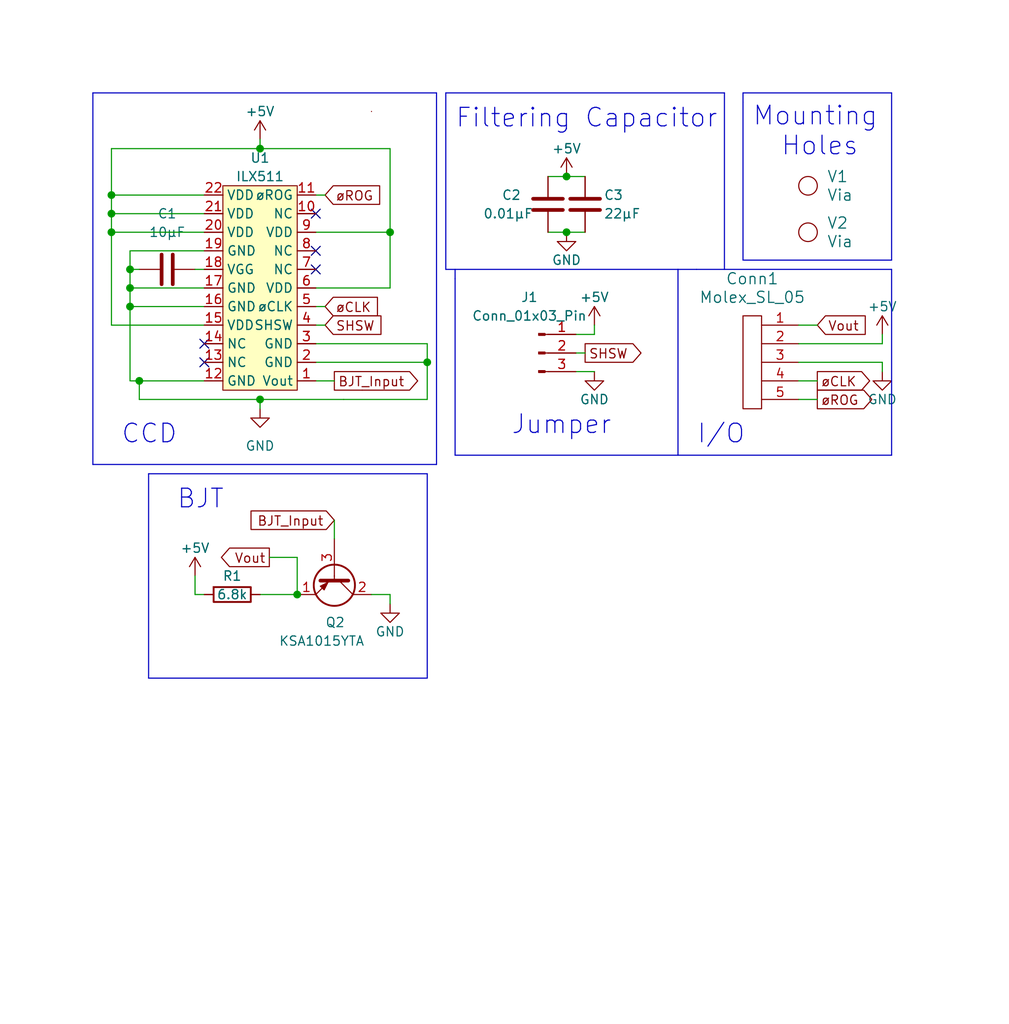
<source format=kicad_sch>
(kicad_sch (version 20230121) (generator eeschema)
  (paper "User" 137.998 140.005)
  (title_block (title "Ramen CCD Breakout ") (rev "1") (company " ") (comment 1 " "))
  (lib_symbols
    (symbol "Connector:Conn_01x03_Pin" (pin_names (offset 1.016) hide)
      (property "Reference" "J" (at 0 5.08 0))
      (property "Value" "Conn_01x03_Pin" (at 0 -5.08 0))
      (symbol "Conn_01x03_Pin_1_1"
        (polyline (pts (xy 1.27 -2.54) (xy 0.8636 -2.54)) (stroke (width 0.1524)))
        (polyline (pts (xy 1.27 0) (xy 0.8636 0)) (stroke (width 0.1524)))
        (polyline (pts (xy 1.27 2.54) (xy 0.8636 2.54)) (stroke (width 0.1524)))
        (rectangle (start 0.8636 -2.413) (end 0 -2.667) (stroke (width 0.1524)) (fill (type outline)))
        (rectangle (start 0.8636 0.127) (end 0 -0.127) (stroke (width 0.1524)) (fill (type outline)))
        (rectangle (start 0.8636 2.667) (end 0 2.413) (stroke (width 0.1524)) (fill (type outline)))
        (pin passive line (at 5.08 2.54 180) (length 3.81) (name "Pin_1") (number "1"))
        (pin passive line (at 5.08 0 180) (length 3.81) (name "Pin_2") (number "2"))
        (pin passive line (at 5.08 -2.54 180) (length 3.81) (name "Pin_3") (number "3"))
      )
    )
    (symbol "Device:C" (pin_numbers hide) (pin_names (offset 0.254))
      (property "Reference" "C" (at 0.635 2.54 0))
      (property "Value" "C" (at 0.635 -2.54 0))
      (symbol "C_0_1"
        (polyline (pts (xy -2.032 -0.762) (xy 2.032 -0.762)) (stroke (width 0.508)))
        (polyline (pts (xy -2.032 0.762) (xy 2.032 0.762)) (stroke (width 0.508)))
      )
      (symbol "C_1_1"
        (pin passive line (at 0 3.81 270) (length 2.794) (name "~") (number "1"))
        (pin passive line (at 0 -3.81 90) (length 2.794) (name "~") (number "2"))
      )
    )
    (symbol "Device:R" (pin_numbers hide) (pin_names (offset 0))
      (property "Reference" "R" (at 2.032 0 90))
      (property "Value" "R" (at 0 0 90))
      (symbol "R_0_1"
        (rectangle (start -1.016 -2.54) (end 1.016 2.54) (stroke (width 0.254)))
      )
      (symbol "R_1_1"
        (pin passive line (at 0 3.81 270) (length 1.27) (name "~") (number "1"))
        (pin passive line (at 0 -3.81 90) (length 1.27) (name "~") (number "2"))
      )
    )
    (symbol "MRDT_CCD:ILX511"
      (property "Reference" "U" (at 0 0 0))
      (property "Value" "ILX511" (at -16.51 7.62 90))
      (symbol "ILX511_0_1"
        (rectangle (start -13.97 -3.81) (end -13.97 -3.81))
        (rectangle (start -12.7 -6.35) (end -12.7 -6.35))
        (rectangle (start 25.4 -7.62) (end 25.4 -7.62))
      )
      (symbol "ILX511_1_1"
        (rectangle (start -12.7 12.7) (end 15.24 2.54) (fill (type background)))
        (pin output line (at -11.43 0 90) (length 2.54) (name "Vout") (number "1"))
        (pin input line (at 11.43 0 90) (length 2.54) (name "NC") (number "10"))
        (pin input line (at 13.97 0 90) (length 2.54) (name "øROG") (number "11"))
        (pin input line (at -11.43 15.24 270) (length 2.54) (name "GND") (number "12"))
        (pin input line (at -8.89 15.24 270) (length 2.54) (name "NC") (number "13"))
        (pin input line (at -6.35 15.24 270) (length 2.54) (name "NC") (number "14"))
        (pin input line (at -3.81 15.24 270) (length 2.54) (name "VDD") (number "15"))
        (pin input line (at -1.27 15.24 270) (length 2.54) (name "GND") (number "16"))
        (pin input line (at 1.27 15.24 270) (length 2.54) (name "GND") (number "17"))
        (pin output line (at 3.81 15.24 270) (length 2.54) (name "VGG") (number "18"))
        (pin input line (at 6.35 15.24 270) (length 2.54) (name "GND") (number "19"))
        (pin input line (at -8.89 0 90) (length 2.54) (name "GND") (number "2"))
        (pin input line (at 8.89 15.24 270) (length 2.54) (name "VDD") (number "20"))
        (pin input line (at 11.43 15.24 270) (length 2.54) (name "VDD") (number "21"))
        (pin input line (at 13.97 15.24 270) (length 2.54) (name "VDD") (number "22"))
        (pin input line (at -6.35 0 90) (length 2.54) (name "GND") (number "3"))
        (pin input line (at -3.81 0 90) (length 2.54) (name "SHSW") (number "4"))
        (pin input line (at -1.27 0 90) (length 2.54) (name "øCLK") (number "5"))
        (pin input line (at 1.27 0 90) (length 2.54) (name "VDD") (number "6"))
        (pin input line (at 3.81 0 90) (length 2.54) (name "NC") (number "7"))
        (pin input line (at 6.35 0 90) (length 2.54) (name "NC") (number "8"))
        (pin input line (at 8.89 0 90) (length 2.54) (name "VDD") (number "9"))
      )
    )
    (symbol "MRDT_Connectors:Molex_SL_05" (pin_names (offset 1.016))
      (property "Reference" "Conn" (at 3.81 -1.27 0))
      (property "Value" "Molex_SL_05" (at 1.27 13.97 0))
      (symbol "Molex_SL_05_0_1"
        (rectangle (start 0 12.7) (end 2.54 0))
      )
      (symbol "Molex_SL_05_1_1"
        (pin input line (at -5.08 11.43 0) (length 5.08) (name "~") (number "1"))
        (pin input line (at -5.08 8.89 0) (length 5.08) (name "~") (number "2"))
        (pin input line (at -5.08 6.35 0) (length 5.08) (name "~") (number "3"))
        (pin input line (at -5.08 3.81 0) (length 5.08) (name "~") (number "4"))
        (pin input line (at -5.08 1.27 0) (length 5.08) (name "~") (number "5"))
      )
    )
    (symbol "MRDT_Drill_Holes:Via" (pin_names (offset 1.016))
      (property "Reference" "V" (at 0 -2.54 0))
      (property "Value" "Via" (at 0 2.54 0))
      (symbol "Via_0_1"
        (circle (center 0 0) (radius 1.27))
      )
      (symbol "Via_1_1"
        (pin input line (at 0 0 0) (length 5.08) hide (name "~") (number "1"))
      )
    )
    (symbol "Transistor_BJT:BC636" (pin_names (offset 0) hide)
      (property "Reference" "Q" (at 5.08 1.905 0))
      (property "Value" "BC636" (at 5.08 0 0))
      (symbol "BC636_0_1"
        (polyline (pts (xy 0 0) (xy 0.635 0)))
        (polyline (pts (xy 2.54 -2.54) (xy 0.635 -0.635)))
        (polyline (pts (xy 2.54 2.54) (xy 0.635 0.635)))
        (polyline (pts (xy 0.635 1.905) (xy 0.635 -1.905) (xy 0.635 -1.905)) (stroke (width 0.508)) (fill (type outline)))
        (polyline (pts (xy 1.397 -1.905) (xy 1.905 -1.397) (xy 0.889 -0.889) (xy 1.397 -1.905) (xy 1.397 -1.905)) (fill (type outline)))
        (circle (center 1.27 0) (radius 2.8194) (stroke (width 0.254)))
      )
      (symbol "BC636_1_1"
        (pin passive line (at 2.54 -5.08 90) (length 2.54) (name "E") (number "1"))
        (pin passive line (at 2.54 5.08 270) (length 2.54) (name "C") (number "2"))
        (pin input line (at -5.08 0 0) (length 5.08) (name "B") (number "3"))
      )
    )
    (symbol "power:+5V" (power) (pin_names (offset 0))
      (property "Value" "+5V" (at 0 3.556 0))
      (symbol "+5V_0_1"
        (polyline (pts (xy -0.762 1.27) (xy 0 2.54)))
        (polyline (pts (xy 0 0) (xy 0 2.54)))
        (polyline (pts (xy 0 2.54) (xy 0.762 1.27)))
      )
      (symbol "+5V_1_1"
        (pin power_in line (at 0 0 90) (length 0) hide (name "+5V") (number "1"))
      )
    )
    (symbol "power:GND" (power) (pin_names (offset 0))
      (property "Value" "GND" (at 0 -3.81 0))
      (symbol "GND_0_1"
        (polyline (pts (xy 0 0) (xy 0 -1.27) (xy 1.27 -1.27) (xy 0 -2.54) (xy -1.27 -1.27) (xy 0 -1.27)))
      )
      (symbol "GND_1_1"
        (pin power_in line (at 0 0 270) (length 0) hide (name "GND") (number "1"))
      )
    )
  )
  (junction (at 77.47 24.13))
  (junction (at 15.24 29.21))
  (junction (at 17.78 36.83))
  (junction (at 15.24 26.67))
  (junction (at 19.05 52.07))
  (junction (at 17.78 39.37))
  (junction (at 15.24 31.75))
  (junction (at 58.42 49.53))
  (junction (at 40.64 81.28))
  (junction (at 77.47 31.75))
  (junction (at 17.78 41.91))
  (junction (at 35.56 20.32))
  (junction (at 53.34 31.75))
  (junction (at 35.56 54.61))
  (no_connect (at 43.18 34.29))
  (no_connect (at 27.94 46.99))
  (no_connect (at 27.94 49.53))
  (no_connect (at 43.18 29.21))
  (no_connect (at 43.18 36.83))
  (polyline (pts (xy 121.92 36.83) (xy 121.92 62.23)))
  (polyline (pts (xy 20.32 92.71) (xy 20.32 64.77)))
  (polyline (pts (xy 121.92 12.7) (xy 121.92 35.56)))
  (wire (pts (xy 35.56 20.32) (xy 53.34 20.32)))
  (wire (pts (xy 19.05 52.07) (xy 19.05 54.61)))
  (polyline (pts (xy 58.42 92.71) (xy 20.32 92.71)))
  (wire (pts (xy 19.05 52.07) (xy 27.94 52.07)))
  (wire (pts (xy 15.24 26.67) (xy 27.94 26.67)))
  (wire (pts (xy 81.28 44.45) (xy 81.28 45.72)))
  (wire (pts (xy 53.34 81.28) (xy 53.34 82.55)))
  (wire (pts (xy 53.34 39.37) (xy 53.34 31.75)))
  (wire (pts (xy 43.18 39.37) (xy 53.34 39.37)))
  (wire (pts (xy 19.05 54.61) (xy 35.56 54.61)))
  (wire (pts (xy 26.67 78.74) (xy 26.67 81.28)))
  (wire (pts (xy 77.47 31.75) (xy 80.01 31.75)))
  (polyline (pts (xy 62.23 62.23) (xy 92.71 62.23)))
  (wire (pts (xy 58.42 49.53) (xy 58.42 54.61)))
  (wire (pts (xy 50.8 81.28) (xy 53.34 81.28)))
  (wire (pts (xy 74.93 31.75) (xy 77.47 31.75)))
  (wire (pts (xy 17.78 52.07) (xy 19.05 52.07)))
  (polyline (pts (xy 101.6 12.7) (xy 121.92 12.7)))
  (wire (pts (xy 27.94 44.45) (xy 15.24 44.45)))
  (wire (pts (xy 19.05 36.83) (xy 17.78 36.83)))
  (wire (pts (xy 26.67 81.28) (xy 27.94 81.28)))
  (wire (pts (xy 53.34 31.75) (xy 53.34 20.32)))
  (polyline (pts (xy 58.42 64.77) (xy 58.42 92.71)))
  (polyline (pts (xy 99.06 12.7) (xy 99.06 36.83)))
  (wire (pts (xy 58.42 46.99) (xy 58.42 49.53)))
  (polyline (pts (xy 59.69 12.7) (xy 59.69 63.5)))
  (polyline (pts (xy 92.71 62.23) (xy 92.71 36.83)))
  (wire (pts (xy 26.67 36.83) (xy 27.94 36.83)))
  (polyline (pts (xy 62.23 38.1) (xy 62.23 62.23)))
  (wire (pts (xy 17.78 39.37) (xy 27.94 39.37)))
  (wire (pts (xy 81.28 45.72) (xy 78.74 45.72)))
  (polyline (pts (xy 62.23 36.83) (xy 62.23 38.1)))
  (wire (pts (xy 35.56 19.05) (xy 35.56 20.32)))
  (wire (pts (xy 17.78 41.91) (xy 17.78 52.07)))
  (polyline (pts (xy 121.92 62.23) (xy 92.71 62.23)))
  (wire (pts (xy 45.72 71.12) (xy 45.72 73.66)))
  (wire (pts (xy 35.56 81.28) (xy 40.64 81.28)))
  (wire (pts (xy 15.24 29.21) (xy 27.94 29.21)))
  (wire (pts (xy 40.64 76.2) (xy 40.64 81.28)))
  (wire (pts (xy 120.65 50.8) (xy 120.65 49.53)))
  (wire (pts (xy 17.78 34.29) (xy 17.78 36.83)))
  (wire (pts (xy 74.93 24.13) (xy 77.47 24.13)))
  (polyline (pts (xy 60.96 12.7) (xy 99.06 12.7)))
  (polyline (pts (xy 60.96 36.83) (xy 92.71 36.83)))
  (wire (pts (xy 17.78 39.37) (xy 17.78 41.91)))
  (polyline (pts (xy 101.6 13.97) (xy 101.6 12.7)))
  (wire (pts (xy 36.83 76.2) (xy 40.64 76.2)))
  (wire (pts (xy 15.24 31.75) (xy 27.94 31.75)))
  (wire (pts (xy 43.18 46.99) (xy 58.42 46.99)))
  (wire (pts (xy 43.18 31.75) (xy 53.34 31.75)))
  (wire (pts (xy 15.24 31.75) (xy 15.24 29.21)))
  (wire (pts (xy 43.18 26.67) (xy 44.45 26.67)))
  (wire (pts (xy 109.22 52.07) (xy 111.76 52.07)))
  (polyline (pts (xy 12.7 12.7) (xy 59.69 12.7)))
  (wire (pts (xy 15.24 29.21) (xy 15.24 26.67)))
  (wire (pts (xy 109.22 54.61) (xy 111.76 54.61)))
  (polyline (pts (xy 60.96 12.7) (xy 60.96 36.83)))
  (wire (pts (xy 43.18 41.91) (xy 44.45 41.91)))
  (polyline (pts (xy 95.25 36.83) (xy 121.92 36.83)))
  (wire (pts (xy 27.94 34.29) (xy 17.78 34.29)))
  (wire (pts (xy 109.22 44.45) (xy 111.76 44.45)))
  (polyline (pts (xy 20.32 64.77) (xy 58.42 64.77)))
  (wire (pts (xy 78.74 50.8) (xy 81.28 50.8)))
  (wire (pts (xy 58.42 54.61) (xy 35.56 54.61)))
  (wire (pts (xy 78.74 48.26) (xy 80.01 48.26)))
  (wire (pts (xy 77.47 24.13) (xy 80.01 24.13)))
  (wire (pts (xy 15.24 20.32) (xy 35.56 20.32)))
  (wire (pts (xy 43.18 52.07) (xy 45.72 52.07)))
  (wire (pts (xy 43.18 49.53) (xy 58.42 49.53)))
  (wire (pts (xy 35.56 54.61) (xy 35.56 55.88)))
  (wire (pts (xy 17.78 41.91) (xy 27.94 41.91)))
  (wire (pts (xy 109.22 49.53) (xy 120.65 49.53)))
  (polyline (pts (xy 101.6 35.56) (xy 121.92 35.56)))
  (polyline (pts (xy 59.69 63.5) (xy 12.7 63.5)))
  (wire (pts (xy 15.24 44.45) (xy 15.24 31.75)))
  (wire (pts (xy 15.24 26.67) (xy 15.24 20.32)))
  (polyline (pts (xy 101.6 13.97) (xy 101.6 35.56)))
  (polyline (pts (xy 92.71 36.83) (xy 95.25 36.83)))
  (polyline (pts (xy 12.7 12.7) (xy 12.7 63.5)))
  (wire (pts (xy 17.78 36.83) (xy 17.78 39.37)))
  (wire (pts (xy 43.18 44.45) (xy 44.45 44.45)))
  (wire (pts (xy 120.65 46.99) (xy 120.65 45.72)))
  (wire (pts (xy 109.22 46.99) (xy 120.65 46.99)))
  (text "Filtering Capacitor\n" (at 62.23 17.78 0) (effects (font (size 2.54 2.54)) (justify left bottom)))
  (text "I/O" (at 95.25 60.96 0) (effects (font (size 2.54 2.54)) (justify left bottom)))
  (text "BJT\n" (at 24.13 69.85 0) (effects (font (size 2.54 2.54)) (justify left bottom)))
  (text "CCD" (at 16.51 60.96 0) (effects (font (size 2.54 2.54)) (justify left bottom)))
  (text "Mounting\n  Holes" (at 102.87 21.59 0) (effects (font (size 2.54 2.54)) (justify left bottom)))
  (text "Jumper" (at 69.85 59.69 0) (effects (font (size 2.54 2.54)) (justify left bottom)))
  (global_label "SHSW" (shape input) (at 44.45 44.45 0) (property "Intersheetrefs" "${INTERSHEET_REFS}" (effects hide)))
  (global_label "Vout" (shape output) (at 36.83 76.2 180) (property "Intersheetrefs" "${INTERSHEET_REFS}" (effects hide)))
  (global_label "BJT_Input" (shape input) (at 45.72 71.12 180) (property "Intersheetrefs" "${INTERSHEET_REFS}" (effects hide)))
  (global_label "øCLK" (shape input) (at 44.45 41.91 0) (property "Intersheetrefs" "${INTERSHEET_REFS}" (effects hide)))
  (global_label "Vout" (shape input) (at 111.76 44.45 0) (property "Intersheetrefs" "${INTERSHEET_REFS}" (effects hide)))
  (global_label "øROG" (shape output) (at 111.76 54.61 0) (property "Intersheetrefs" "${INTERSHEET_REFS}" (effects hide)))
  (global_label "øCLK" (shape output) (at 111.76 52.07 0) (property "Intersheetrefs" "${INTERSHEET_REFS}" (effects hide)))
  (global_label "SHSW" (shape output) (at 80.01 48.26 0) (property "Intersheetrefs" "${INTERSHEET_REFS}" (effects hide)))
  (global_label "BJT_Input" (shape output) (at 45.72 52.07 0) (property "Intersheetrefs" "${INTERSHEET_REFS}" (effects hide)))
  (global_label "øROG" (shape input) (at 44.45 26.67 0) (property "Intersheetrefs" "${INTERSHEET_REFS}" (effects hide)))
  (symbol (lib_id "power:+5V") (at 35.56 19.05 0) (unit 1)
    (property "Reference" "#PWR03" (effects hide))
    (property "Value" "+5V" (at 35.56 15.24 0))
  )
  (symbol (lib_id "power:GND") (at 81.28 50.8 0) (unit 1)
    (property "Reference" "#PWR01" (effects hide))
    (property "Value" "GND" (at 81.28 54.61 0))
  )
  (symbol (lib_id "Device:R") (at 31.75 81.28 90) (unit 1)
    (property "Reference" "R1" (at 31.75 78.74 90))
    (property "Value" "6.8k" (at 31.75 81.28 90))
    (property "Footprint" "Resistor_SMD:R_0603_1608Metric_Pad0.98x0.95mm_HandSolder" (effects hide))
  )
  (symbol (lib_id "Connector:Conn_01x03_Pin") (at 73.66 48.26 0) (unit 1)
    (property "Reference" "J1" (at 72.39 40.64 0))
    (property "Value" "Conn_01x03_Pin" (at 72.39 43.18 0))
    (property "Footprint" "Connector_PinHeader_2.54mm:PinHeader_1x03_P2.54mm_Vertical" (effects hide))
  )
  (symbol (lib_id "power:GND") (at 35.56 55.88 0) (unit 1)
    (property "Reference" "#PWR02" (effects hide))
    (property "Value" "GND" (at 35.56 60.96 0))
  )
  (symbol (lib_id "power:+5V") (at 77.47 24.13 0) (unit 1)
    (property "Reference" "#PWR06" (effects hide))
    (property "Value" "+5V" (at 77.47 20.32 0))
  )
  (symbol (lib_id "power:+5V") (at 26.67 78.74 0) (unit 1)
    (property "Reference" "#PWR09" (effects hide))
    (property "Value" "+5V" (at 26.67 74.93 0))
  )
  (symbol (lib_id "power:GND") (at 120.65 50.8 0) (unit 1)
    (property "Reference" "#PWR07" (effects hide))
    (property "Value" "GND" (at 120.65 54.61 0))
  )
  (symbol (lib_id "MRDT_Connectors:Molex_SL_05") (at 104.14 55.88 0) (mirror y) (unit 1)
    (property "Reference" "Conn1" (at 102.87 38.1 0) (effects (font (size 1.524 1.524))))
    (property "Value" "Molex_SL_05" (at 102.87 40.64 0) (effects (font (size 1.524 1.524))))
    (property "Footprint" "MRDT_Connectors:MOLEX_SL_05_Vertical" (effects hide))
  )
  (symbol (lib_id "power:+5V") (at 120.65 45.72 0) (unit 1)
    (property "Reference" "#PWR08" (effects hide))
    (property "Value" "+5V" (at 120.65 41.91 0))
  )
  (symbol (lib_id "Device:C") (at 22.86 36.83 90) (unit 1)
    (property "Reference" "C1" (at 22.86 29.21 90))
    (property "Value" "10µF" (at 22.86 31.75 90))
    (property "Footprint" "Capacitor_SMD:C_0603_1608Metric_Pad1.08x0.95mm_HandSolder" (effects hide))
  )
  (symbol (lib_id "Device:C") (at 74.93 27.94 180) (unit 1)
    (property "Reference" "C2" (at 68.58 26.67 0) (effects (justify right)))
    (property "Value" "0.01µF" (at 66.04 29.21 0) (effects (justify right)))
    (property "Footprint" "Capacitor_SMD:C_0603_1608Metric_Pad1.08x0.95mm_HandSolder" (effects hide))
  )
  (symbol (lib_id "power:GND") (at 53.34 82.55 0) (unit 1)
    (property "Reference" "#PWR010" (effects hide))
    (property "Value" "GND" (at 53.34 86.36 0))
  )
  (symbol (lib_id "Device:C") (at 80.01 27.94 180) (unit 1)
    (property "Reference" "C3" (at 82.55 26.67 0) (effects (justify right)))
    (property "Value" "22µF" (at 82.55 29.21 0) (effects (justify right)))
    (property "Footprint" "Capacitor_SMD:C_0603_1608Metric_Pad1.08x0.95mm_HandSolder" (effects hide))
  )
  (symbol (lib_id "MRDT_CCD:ILX511") (at 43.18 40.64 90) (unit 1)
    (property "Reference" "U1" (at 35.56 21.59 90))
    (property "Value" "ILX511" (at 35.56 24.13 90))
    (property "Footprint" "MRDT_CCD:ILX511" (effects hide))
    (property "Datasheet" "https://www.spectralproducts.com/pdf/SonyILX511.pdf" (effects hide))
  )
  (symbol (lib_id "Transistor_BJT:BC636") (at 45.72 78.74 270) (unit 1)
    (property "Reference" "Q2" (at 44.45 85.09 90) (effects (justify left)))
    (property "Value" "KSA1015YTA" (at 38.1 87.63 90) (effects (justify left)))
    (property "Footprint" "Package_TO_SOT_THT:TO-92_Inline" (effects hide))
    (property "Datasheet" "https://www.onsemi.com/pub/Collateral/BC636-D.pdf" (effects hide))
  )
  (symbol (lib_id "MRDT_Drill_Holes:Via") (at 110.49 31.75 0) (unit 1)
    (property "Reference" "V2" (at 113.03 30.48 0) (effects (font (size 1.524 1.524)) (justify left)))
    (property "Value" "Via" (at 113.03 33.02 0) (effects (font (size 1.524 1.524)) (justify left)))
    (property "Footprint" "MRDT_Drill_Holes:4_40_Hole" (effects hide))
  )
  (symbol (lib_id "MRDT_Drill_Holes:Via") (at 110.49 25.4 0) (unit 1)
    (property "Reference" "V1" (at 113.03 24.13 0) (effects (font (size 1.524 1.524)) (justify left)))
    (property "Value" "Via" (at 113.03 26.67 0) (effects (font (size 1.524 1.524)) (justify left)))
    (property "Footprint" "MRDT_Drill_Holes:4_40_Hole" (effects hide))
  )
  (symbol (lib_id "power:GND") (at 77.47 31.75 0) (unit 1)
    (property "Reference" "#PWR05" (effects hide))
    (property "Value" "GND" (at 77.47 35.56 0))
  )
  (symbol (lib_id "power:+5V") (at 81.28 44.45 0) (unit 1)
    (property "Reference" "#PWR04" (effects hide))
    (property "Value" "+5V" (at 81.28 40.64 0))
  )
)
</source>
